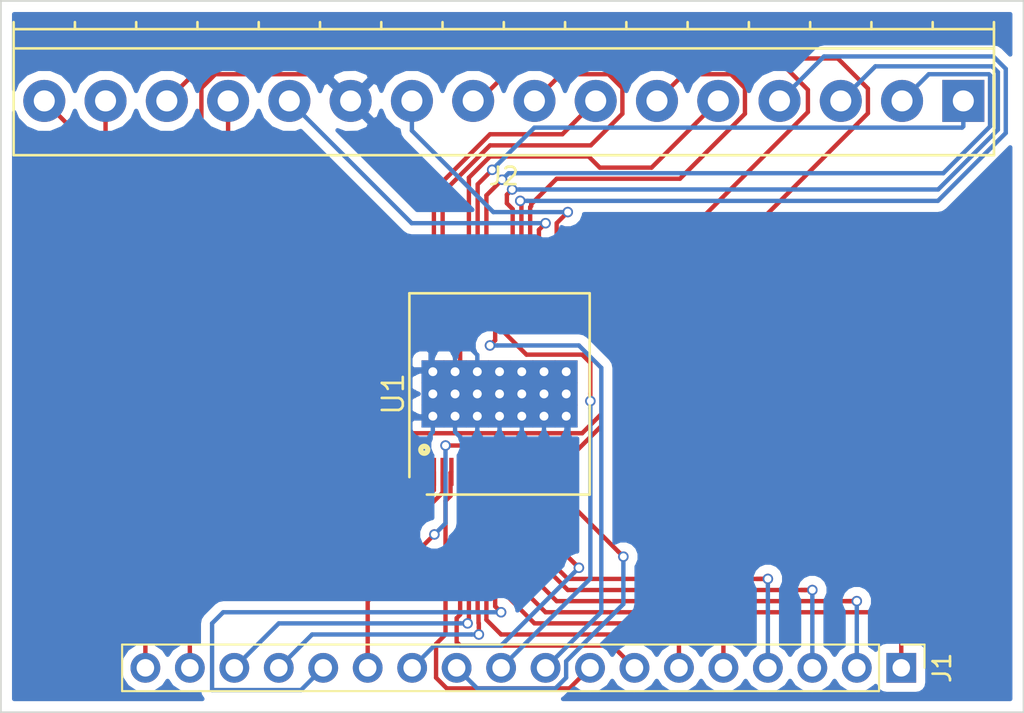
<source format=kicad_pcb>
(kicad_pcb (version 4) (host pcbnew 4.0.7)

  (general
    (links 55)
    (no_connects 0)
    (area 0 0 0 0)
    (thickness 1.6)
    (drawings 4)
    (tracks 301)
    (zones 0)
    (modules 3)
    (nets 37)
  )

  (page USLetter)
  (layers
    (0 F.Cu signal)
    (31 B.Cu signal)
    (32 B.Adhes user)
    (33 F.Adhes user)
    (34 B.Paste user)
    (35 F.Paste user)
    (36 B.SilkS user)
    (37 F.SilkS user)
    (38 B.Mask user)
    (39 F.Mask user)
    (40 Dwgs.User user)
    (41 Cmts.User user)
    (42 Eco1.User user)
    (43 Eco2.User user)
    (44 Edge.Cuts user)
    (45 Margin user)
    (46 B.CrtYd user)
    (47 F.CrtYd user)
    (48 B.Fab user)
    (49 F.Fab user)
  )

  (setup
    (last_trace_width 0.25)
    (trace_clearance 0.2)
    (zone_clearance 0.508)
    (zone_45_only no)
    (trace_min 0.2)
    (segment_width 0.2)
    (edge_width 0.1)
    (via_size 0.6)
    (via_drill 0.4)
    (via_min_size 0.4)
    (via_min_drill 0.3)
    (uvia_size 0.3)
    (uvia_drill 0.1)
    (uvias_allowed no)
    (uvia_min_size 0.2)
    (uvia_min_drill 0.1)
    (pcb_text_width 0.3)
    (pcb_text_size 1.5 1.5)
    (mod_edge_width 0.15)
    (mod_text_size 1 1)
    (mod_text_width 0.15)
    (pad_size 1.5 1.5)
    (pad_drill 0.6)
    (pad_to_mask_clearance 0)
    (aux_axis_origin 0 0)
    (grid_origin 144.78 107.95)
    (visible_elements FFFFFF7F)
    (pcbplotparams
      (layerselection 0x00030_80000001)
      (usegerberextensions false)
      (excludeedgelayer true)
      (linewidth 0.100000)
      (plotframeref false)
      (viasonmask false)
      (mode 1)
      (useauxorigin false)
      (hpglpennumber 1)
      (hpglpenspeed 20)
      (hpglpendiameter 15)
      (hpglpenoverlay 2)
      (psnegative false)
      (psa4output false)
      (plotreference true)
      (plotvalue true)
      (plotinvisibletext false)
      (padsonsilk false)
      (subtractmaskfromsilk false)
      (outputformat 1)
      (mirror false)
      (drillshape 1)
      (scaleselection 1)
      (outputdirectory ""))
  )

  (net 0 "")
  (net 1 "Net-(J1-Pad4)")
  (net 2 "Net-(U1-Pad33)")
  (net 3 "Net-(U1-Pad22)")
  (net 4 /In5)
  (net 5 /In4)
  (net 6 /In3)
  (net 7 /In2)
  (net 8 /In1)
  (net 9 /S_SO)
  (net 10 /S_CLK)
  (net 11 /S_CS)
  (net 12 /VCC)
  (net 13 /VDD)
  (net 14 /~RST)
  (net 15 /EN)
  (net 16 /In10)
  (net 17 /In9)
  (net 18 /In8)
  (net 19 /In7)
  (net 20 /In6)
  (net 21 /Out3)
  (net 22 /Out2)
  (net 23 /Out4)
  (net 24 /Out5)
  (net 25 /Out6)
  (net 26 /Out7)
  (net 27 /Out1)
  (net 28 /Out8)
  (net 29 /Out9)
  (net 30 /Out10)
  (net 31 /GND6)
  (net 32 /GND5)
  (net 33 /GND4)
  (net 34 /GND3)
  (net 35 /GND2)
  (net 36 /GND1)

  (net_class Default "This is the default net class."
    (clearance 0.2)
    (trace_width 0.25)
    (via_dia 0.6)
    (via_drill 0.4)
    (uvia_dia 0.3)
    (uvia_drill 0.1)
    (add_net /EN)
    (add_net /GND1)
    (add_net /GND2)
    (add_net /GND3)
    (add_net /GND4)
    (add_net /GND5)
    (add_net /GND6)
    (add_net /In1)
    (add_net /In10)
    (add_net /In2)
    (add_net /In3)
    (add_net /In4)
    (add_net /In5)
    (add_net /In6)
    (add_net /In7)
    (add_net /In8)
    (add_net /In9)
    (add_net /Out1)
    (add_net /Out10)
    (add_net /Out2)
    (add_net /Out3)
    (add_net /Out4)
    (add_net /Out5)
    (add_net /Out6)
    (add_net /Out7)
    (add_net /Out8)
    (add_net /Out9)
    (add_net /S_CLK)
    (add_net /S_CS)
    (add_net /S_SO)
    (add_net /VCC)
    (add_net /VDD)
    (add_net /~RST)
    (add_net "Net-(J1-Pad4)")
    (add_net "Net-(U1-Pad22)")
    (add_net "Net-(U1-Pad33)")
  )

  (module Connectors_Terminal_Blocks:TerminalBlock_Pheonix_PT-3.5mm_16pol (layer F.Cu) (tedit 0) (tstamp 5C2D1B72)
    (at 174.995 88.265 180)
    (descr "16-way 3.5mm pitch terminal block, Phoenix PT series")
    (path /5C2D19ED)
    (fp_text reference J2 (at 26.25 -4.3 180) (layer F.SilkS)
      (effects (font (size 1 1) (thickness 0.15)))
    )
    (fp_text value Screw_Terminal_01x16 (at 10.53 -3.175 180) (layer F.Fab)
      (effects (font (size 1 1) (thickness 0.15)))
    )
    (fp_line (start -1.9 -3.3) (end 54.4 -3.3) (layer F.CrtYd) (width 0.05))
    (fp_line (start -1.9 4.7) (end -1.9 -3.3) (layer F.CrtYd) (width 0.05))
    (fp_line (start 54.4 4.7) (end -1.9 4.7) (layer F.CrtYd) (width 0.05))
    (fp_line (start 54.4 -3.3) (end 54.4 4.7) (layer F.CrtYd) (width 0.05))
    (fp_line (start 50.75 4.1) (end 50.75 4.5) (layer F.SilkS) (width 0.15))
    (fp_line (start 47.25 4.1) (end 47.25 4.5) (layer F.SilkS) (width 0.15))
    (fp_line (start 40.25 4.1) (end 40.25 4.5) (layer F.SilkS) (width 0.15))
    (fp_line (start 43.75 4.1) (end 43.75 4.5) (layer F.SilkS) (width 0.15))
    (fp_line (start 36.75 4.1) (end 36.75 4.5) (layer F.SilkS) (width 0.15))
    (fp_line (start 33.25 4.1) (end 33.25 4.5) (layer F.SilkS) (width 0.15))
    (fp_line (start 26.25 4.1) (end 26.25 4.5) (layer F.SilkS) (width 0.15))
    (fp_line (start 29.75 4.1) (end 29.75 4.5) (layer F.SilkS) (width 0.15))
    (fp_line (start 22.75 4.1) (end 22.75 4.5) (layer F.SilkS) (width 0.15))
    (fp_line (start 8.75 4.1) (end 8.75 4.5) (layer F.SilkS) (width 0.15))
    (fp_line (start 19.25 4.1) (end 19.25 4.5) (layer F.SilkS) (width 0.15))
    (fp_line (start 15.75 4.1) (end 15.75 4.5) (layer F.SilkS) (width 0.15))
    (fp_line (start 1.75 4.1) (end 1.75 4.5) (layer F.SilkS) (width 0.15))
    (fp_line (start 5.25 4.1) (end 5.25 4.5) (layer F.SilkS) (width 0.15))
    (fp_line (start 12.25 4.1) (end 12.25 4.5) (layer F.SilkS) (width 0.15))
    (fp_line (start -1.75 3) (end 54.25 3) (layer F.SilkS) (width 0.15))
    (fp_line (start -1.75 4.1) (end 54.25 4.1) (layer F.SilkS) (width 0.15))
    (fp_line (start -1.75 -3.1) (end -1.75 4.5) (layer F.SilkS) (width 0.15))
    (fp_line (start 54.25 4.5) (end 54.25 -3.1) (layer F.SilkS) (width 0.15))
    (fp_line (start 54.25 -3.1) (end -1.75 -3.1) (layer F.SilkS) (width 0.15))
    (pad 3 thru_hole circle (at 7 0) (size 2.4 2.4) (drill 1.2) (layers *.Cu *.Mask)
      (net 21 /Out3))
    (pad 2 thru_hole circle (at 3.5 0) (size 2.4 2.4) (drill 1.2) (layers *.Cu *.Mask)
      (net 22 /Out2))
    (pad 4 thru_hole circle (at 10.5 0) (size 2.4 2.4) (drill 1.2) (layers *.Cu *.Mask)
      (net 23 /Out4))
    (pad 5 thru_hole circle (at 14 0) (size 2.4 2.4) (drill 1.2) (layers *.Cu *.Mask)
      (net 24 /Out5))
    (pad 6 thru_hole circle (at 17.5 0) (size 2.4 2.4) (drill 1.2) (layers *.Cu *.Mask)
      (net 25 /Out6))
    (pad 7 thru_hole circle (at 21 0) (size 2.4 2.4) (drill 1.2) (layers *.Cu *.Mask)
      (net 26 /Out7))
    (pad 1 thru_hole rect (at 0 0) (size 2.4 2.4) (drill 1.2) (layers *.Cu *.Mask)
      (net 27 /Out1))
    (pad 8 thru_hole circle (at 24.5 0) (size 2.4 2.4) (drill 1.2) (layers *.Cu *.Mask)
      (net 28 /Out8))
    (pad 9 thru_hole circle (at 28 0) (size 2.4 2.4) (drill 1.2) (layers *.Cu *.Mask)
      (net 29 /Out9))
    (pad 10 thru_hole circle (at 31.5 0) (size 2.4 2.4) (drill 1.2) (layers *.Cu *.Mask)
      (net 30 /Out10))
    (pad 11 thru_hole circle (at 35 0) (size 2.4 2.4) (drill 1.2) (layers *.Cu *.Mask)
      (net 31 /GND6))
    (pad 12 thru_hole circle (at 38.5 0) (size 2.4 2.4) (drill 1.2) (layers *.Cu *.Mask)
      (net 32 /GND5))
    (pad 13 thru_hole circle (at 42 0) (size 2.4 2.4) (drill 1.2) (layers *.Cu *.Mask)
      (net 33 /GND4))
    (pad 14 thru_hole circle (at 45.5 0) (size 2.4 2.4) (drill 1.2) (layers *.Cu *.Mask)
      (net 34 /GND3))
    (pad 15 thru_hole circle (at 49 0) (size 2.4 2.4) (drill 1.2) (layers *.Cu *.Mask)
      (net 35 /GND2))
    (pad 16 thru_hole circle (at 52.5 0) (size 2.4 2.4) (drill 1.2) (layers *.Cu *.Mask)
      (net 36 /GND1))
    (model Terminal_Blocks.3dshapes/TerminalBlock_Pheonix_PT-3.5mm_16pol.wrl
      (at (xyz 0 0 0))
      (scale (xyz 1 1 1))
      (rotate (xyz 0 0 0))
    )
  )

  (module Pin_Headers:Pin_Header_Straight_1x18_Pitch2.54mm (layer F.Cu) (tedit 59650532) (tstamp 5C2D1B5E)
    (at 171.45 120.65 270)
    (descr "Through hole straight pin header, 1x18, 2.54mm pitch, single row")
    (tags "Through hole pin header THT 1x18 2.54mm single row")
    (path /5C2D19AC)
    (fp_text reference J1 (at 0 -2.33 270) (layer F.SilkS)
      (effects (font (size 1 1) (thickness 0.15)))
    )
    (fp_text value Conn_01x18 (at -6.985 41.91 270) (layer F.Fab)
      (effects (font (size 1 1) (thickness 0.15)))
    )
    (fp_line (start -0.635 -1.27) (end 1.27 -1.27) (layer F.Fab) (width 0.1))
    (fp_line (start 1.27 -1.27) (end 1.27 44.45) (layer F.Fab) (width 0.1))
    (fp_line (start 1.27 44.45) (end -1.27 44.45) (layer F.Fab) (width 0.1))
    (fp_line (start -1.27 44.45) (end -1.27 -0.635) (layer F.Fab) (width 0.1))
    (fp_line (start -1.27 -0.635) (end -0.635 -1.27) (layer F.Fab) (width 0.1))
    (fp_line (start -1.33 44.51) (end 1.33 44.51) (layer F.SilkS) (width 0.12))
    (fp_line (start -1.33 1.27) (end -1.33 44.51) (layer F.SilkS) (width 0.12))
    (fp_line (start 1.33 1.27) (end 1.33 44.51) (layer F.SilkS) (width 0.12))
    (fp_line (start -1.33 1.27) (end 1.33 1.27) (layer F.SilkS) (width 0.12))
    (fp_line (start -1.33 0) (end -1.33 -1.33) (layer F.SilkS) (width 0.12))
    (fp_line (start -1.33 -1.33) (end 0 -1.33) (layer F.SilkS) (width 0.12))
    (fp_line (start -1.8 -1.8) (end -1.8 44.95) (layer F.CrtYd) (width 0.05))
    (fp_line (start -1.8 44.95) (end 1.8 44.95) (layer F.CrtYd) (width 0.05))
    (fp_line (start 1.8 44.95) (end 1.8 -1.8) (layer F.CrtYd) (width 0.05))
    (fp_line (start 1.8 -1.8) (end -1.8 -1.8) (layer F.CrtYd) (width 0.05))
    (fp_text user %R (at 0 21.59 360) (layer F.Fab)
      (effects (font (size 1 1) (thickness 0.15)))
    )
    (pad 1 thru_hole rect (at 0 0 270) (size 1.7 1.7) (drill 1) (layers *.Cu *.Mask)
      (net 9 /S_SO))
    (pad 2 thru_hole oval (at 0 2.54 270) (size 1.7 1.7) (drill 1) (layers *.Cu *.Mask)
      (net 10 /S_CLK))
    (pad 3 thru_hole oval (at 0 5.08 270) (size 1.7 1.7) (drill 1) (layers *.Cu *.Mask)
      (net 11 /S_CS))
    (pad 4 thru_hole oval (at 0 7.62 270) (size 1.7 1.7) (drill 1) (layers *.Cu *.Mask)
      (net 1 "Net-(J1-Pad4)"))
    (pad 5 thru_hole oval (at 0 10.16 270) (size 1.7 1.7) (drill 1) (layers *.Cu *.Mask)
      (net 12 /VCC))
    (pad 6 thru_hole oval (at 0 12.7 270) (size 1.7 1.7) (drill 1) (layers *.Cu *.Mask)
      (net 13 /VDD))
    (pad 7 thru_hole oval (at 0 15.24 270) (size 1.7 1.7) (drill 1) (layers *.Cu *.Mask)
      (net 14 /~RST))
    (pad 8 thru_hole oval (at 0 17.78 270) (size 1.7 1.7) (drill 1) (layers *.Cu *.Mask)
      (net 15 /EN))
    (pad 9 thru_hole oval (at 0 20.32 270) (size 1.7 1.7) (drill 1) (layers *.Cu *.Mask)
      (net 16 /In10))
    (pad 10 thru_hole oval (at 0 22.86 270) (size 1.7 1.7) (drill 1) (layers *.Cu *.Mask)
      (net 17 /In9))
    (pad 11 thru_hole oval (at 0 25.4 270) (size 1.7 1.7) (drill 1) (layers *.Cu *.Mask)
      (net 18 /In8))
    (pad 12 thru_hole oval (at 0 27.94 270) (size 1.7 1.7) (drill 1) (layers *.Cu *.Mask)
      (net 19 /In7))
    (pad 13 thru_hole oval (at 0 30.48 270) (size 1.7 1.7) (drill 1) (layers *.Cu *.Mask)
      (net 20 /In6))
    (pad 14 thru_hole oval (at 0 33.02 270) (size 1.7 1.7) (drill 1) (layers *.Cu *.Mask)
      (net 4 /In5))
    (pad 15 thru_hole oval (at 0 35.56 270) (size 1.7 1.7) (drill 1) (layers *.Cu *.Mask)
      (net 5 /In4))
    (pad 16 thru_hole oval (at 0 38.1 270) (size 1.7 1.7) (drill 1) (layers *.Cu *.Mask)
      (net 6 /In3))
    (pad 17 thru_hole oval (at 0 40.64 270) (size 1.7 1.7) (drill 1) (layers *.Cu *.Mask)
      (net 7 /In2))
    (pad 18 thru_hole oval (at 0 43.18 270) (size 1.7 1.7) (drill 1) (layers *.Cu *.Mask)
      (net 8 /In1))
    (model ${KISYS3DMOD}/Pin_Headers.3dshapes/Pin_Header_Straight_1x18_Pitch2.54mm.wrl
      (at (xyz 0 0 0))
      (scale (xyz 1 1 1))
      (rotate (xyz 0 0 0))
    )
  )

  (module TLE8110ED:PG-DSO-36-72 (layer F.Cu) (tedit 5C2CDF8A) (tstamp 5C2D1BAF)
    (at 148.5011 105.0036)
    (path /5C2D1911)
    (fp_text reference U1 (at -6.075 0 90) (layer F.SilkS)
      (effects (font (size 1.2 1.2) (thickness 0.15)))
    )
    (fp_text value TLE8110ED (at 0.5 2.8) (layer F.Fab)
      (effects (font (size 0.8 0.7) (thickness 0.12)))
    )
    (fp_circle (center -4.3 3.19) (end -4.5 3.19) (layer F.SilkS) (width 0.3))
    (fp_line (start -5.15 -5.75) (end -5.15 4.75) (layer F.SilkS) (width 0.15))
    (fp_line (start -4.15 5.75) (end 5.15 5.75) (layer F.SilkS) (width 0.15))
    (fp_line (start 5.15 5.75) (end 5.15 -5.75) (layer F.SilkS) (width 0.15))
    (fp_line (start 5.15 -5.75) (end -5.15 -5.75) (layer F.SilkS) (width 0.15))
    (pad 36 smd rect (at -4.25 -4.45) (size 0.25 1.6) (layers F.Cu F.Paste F.Mask)
      (net 33 /GND4))
    (pad 1 smd rect (at -4.25 4.45) (size 0.25 1.6) (layers F.Cu F.Paste F.Mask)
      (net 36 /GND1))
    (pad 35 smd rect (at -3.75 -4.45) (size 0.25 1.6) (layers F.Cu F.Paste F.Mask)
      (net 26 /Out7))
    (pad 2 smd rect (at -3.75 4.45) (size 0.25 1.6) (layers F.Cu F.Paste F.Mask)
      (net 8 /In1))
    (pad 34 smd rect (at -3.25 -4.45) (size 0.25 1.6) (layers F.Cu F.Paste F.Mask)
      (net 28 /Out8))
    (pad 3 smd rect (at -3.25 4.45) (size 0.25 1.6) (layers F.Cu F.Paste F.Mask)
      (net 7 /In2))
    (pad 33 smd rect (at -2.75 -4.45) (size 0.25 1.6) (layers F.Cu F.Paste F.Mask)
      (net 2 "Net-(U1-Pad33)"))
    (pad 4 smd rect (at -2.75 4.45) (size 0.25 1.6) (layers F.Cu F.Paste F.Mask)
      (net 15 /EN))
    (pad 32 smd rect (at -2.25 -4.45) (size 0.25 1.6) (layers F.Cu F.Paste F.Mask)
      (net 31 /GND6))
    (pad 5 smd rect (at -2.25 4.45) (size 0.25 1.6) (layers F.Cu F.Paste F.Mask)
      (net 14 /~RST))
    (pad 31 smd rect (at -1.75 -4.45) (size 0.25 1.6) (layers F.Cu F.Paste F.Mask)
      (net 24 /Out5))
    (pad 6 smd rect (at -1.75 4.45) (size 0.25 1.6) (layers F.Cu F.Paste F.Mask)
      (net 6 /In3))
    (pad 30 smd rect (at -1.25 -4.45) (size 0.25 1.6) (layers F.Cu F.Paste F.Mask)
      (net 27 /Out1))
    (pad 7 smd rect (at -1.25 4.45) (size 0.25 1.6) (layers F.Cu F.Paste F.Mask)
      (net 5 /In4))
    (pad 29 smd rect (at -0.75 -4.45) (size 0.25 1.6) (layers F.Cu F.Paste F.Mask)
      (net 22 /Out2))
    (pad 8 smd rect (at -0.75 4.45) (size 0.25 1.6) (layers F.Cu F.Paste F.Mask)
      (net 13 /VDD))
    (pad 28 smd rect (at -0.25 -4.45) (size 0.25 1.6) (layers F.Cu F.Paste F.Mask)
      (net 16 /In10))
    (pad 9 smd rect (at -0.25 4.45) (size 0.25 1.6) (layers F.Cu F.Paste F.Mask)
      (net 4 /In5))
    (pad 27 smd rect (at 0.25 -4.45) (size 0.25 1.6) (layers F.Cu F.Paste F.Mask)
      (net 17 /In9))
    (pad 10 smd rect (at 0.25 4.45) (size 0.25 1.6) (layers F.Cu F.Paste F.Mask)
      (net 12 /VCC))
    (pad 26 smd rect (at 0.75 -4.45) (size 0.25 1.6) (layers F.Cu F.Paste F.Mask)
      (net 21 /Out3))
    (pad 11 smd rect (at 0.75 4.45) (size 0.25 1.6) (layers F.Cu F.Paste F.Mask)
      (net 9 /S_SO))
    (pad 25 smd rect (at 1.25 -4.45) (size 0.25 1.6) (layers F.Cu F.Paste F.Mask)
      (net 23 /Out4))
    (pad 12 smd rect (at 1.25 4.45) (size 0.25 1.6) (layers F.Cu F.Paste F.Mask)
      (net 10 /S_CLK))
    (pad 24 smd rect (at 1.75 -4.45) (size 0.25 1.6) (layers F.Cu F.Paste F.Mask)
      (net 25 /Out6))
    (pad 13 smd rect (at 1.75 4.45) (size 0.25 1.6) (layers F.Cu F.Paste F.Mask)
      (net 11 /S_CS))
    (pad 23 smd rect (at 2.25 -4.45) (size 0.25 1.6) (layers F.Cu F.Paste F.Mask)
      (net 32 /GND5))
    (pad 14 smd rect (at 2.25 4.45) (size 0.25 1.6) (layers F.Cu F.Paste F.Mask)
      (net 1 "Net-(J1-Pad4)"))
    (pad 22 smd rect (at 2.75 -4.45) (size 0.25 1.6) (layers F.Cu F.Paste F.Mask)
      (net 3 "Net-(U1-Pad22)"))
    (pad 15 smd rect (at 2.75 4.45) (size 0.25 1.6) (layers F.Cu F.Paste F.Mask)
      (net 20 /In6))
    (pad 21 smd rect (at 3.25 -4.45) (size 0.25 1.6) (layers F.Cu F.Paste F.Mask)
      (net 30 /Out10))
    (pad 16 smd rect (at 3.25 4.45) (size 0.25 1.6) (layers F.Cu F.Paste F.Mask)
      (net 19 /In7))
    (pad 20 smd rect (at 3.75 -4.45) (size 0.25 1.6) (layers F.Cu F.Paste F.Mask)
      (net 29 /Out9))
    (pad 17 smd rect (at 3.75 4.45) (size 0.25 1.6) (layers F.Cu F.Paste F.Mask)
      (net 18 /In8))
    (pad 19 smd rect (at 4.25 -4.45) (size 0.25 1.6) (layers F.Cu F.Paste F.Mask)
      (net 34 /GND3))
    (pad 18 smd rect (at 4.25 4.45) (size 0.25 1.6) (layers F.Cu F.Paste F.Mask)
      (net 35 /GND2))
    (pad 37 thru_hole rect (at 3.81 0) (size 1.3 1.3) (drill 0.508) (layers *.Cu *.Mask)
      (net 31 /GND6))
    (pad 37 thru_hole rect (at -3.81 0) (size 1.3 1.3) (drill 0.508) (layers *.Cu *.Mask)
      (net 31 /GND6))
    (pad 37 thru_hole rect (at -2.54 0) (size 1.3 1.3) (drill 0.508) (layers *.Cu *.Mask)
      (net 31 /GND6))
    (pad 37 thru_hole rect (at -1.27 0) (size 1.3 1.3) (drill 0.508) (layers *.Cu *.Mask)
      (net 31 /GND6))
    (pad 37 thru_hole rect (at 0 0) (size 1.3 1.3) (drill 0.508) (layers *.Cu *.Mask)
      (net 31 /GND6))
    (pad 37 thru_hole rect (at 1.27 0) (size 1.3 1.3) (drill 0.508) (layers *.Cu *.Mask)
      (net 31 /GND6))
    (pad 37 thru_hole rect (at 2.54 0) (size 1.3 1.3) (drill 0.508) (layers *.Cu *.Mask)
      (net 31 /GND6))
    (pad 37 thru_hole rect (at 3.81 1.27) (size 1.3 1.3) (drill 0.508) (layers *.Cu *.Mask)
      (net 31 /GND6))
    (pad 37 thru_hole rect (at -3.81 1.27) (size 1.3 1.3) (drill 0.508) (layers *.Cu *.Mask)
      (net 31 /GND6))
    (pad 37 thru_hole rect (at -2.54 1.27) (size 1.3 1.3) (drill 0.508) (layers *.Cu *.Mask)
      (net 31 /GND6))
    (pad 37 thru_hole rect (at -1.27 1.27) (size 1.3 1.3) (drill 0.508) (layers *.Cu *.Mask)
      (net 31 /GND6))
    (pad 37 thru_hole rect (at 0 1.27) (size 1.3 1.3) (drill 0.508) (layers *.Cu *.Mask)
      (net 31 /GND6))
    (pad 37 thru_hole rect (at 1.27 1.27) (size 1.3 1.3) (drill 0.508) (layers *.Cu *.Mask)
      (net 31 /GND6))
    (pad 37 thru_hole rect (at 2.54 1.27) (size 1.3 1.3) (drill 0.508) (layers *.Cu *.Mask)
      (net 31 /GND6))
    (pad 37 thru_hole rect (at -3.81 -1.27) (size 1.3 1.3) (drill 0.508) (layers *.Cu *.Mask)
      (net 31 /GND6))
    (pad 37 thru_hole rect (at 3.81 -1.27) (size 1.3 1.3) (drill 0.508) (layers *.Cu *.Mask)
      (net 31 /GND6))
    (pad 37 thru_hole rect (at -2.54 -1.27) (size 1.3 1.3) (drill 0.508) (layers *.Cu *.Mask)
      (net 31 /GND6))
    (pad 37 thru_hole rect (at -1.27 -1.27) (size 1.3 1.3) (drill 0.508) (layers *.Cu *.Mask)
      (net 31 /GND6))
    (pad 37 thru_hole rect (at 0 -1.27) (size 1.3 1.3) (drill 0.508) (layers *.Cu *.Mask)
      (net 31 /GND6))
    (pad 37 thru_hole rect (at 1.27 -1.27) (size 1.3 1.3) (drill 0.508) (layers *.Cu *.Mask)
      (net 31 /GND6))
    (pad 37 thru_hole rect (at 2.54 -1.27) (size 1.3 1.3) (drill 0.508) (layers *.Cu *.Mask)
      (net 31 /GND6))
  )

  (gr_line (start 120.015 123.19) (end 120.015 82.55) (layer Edge.Cuts) (width 0.1))
  (gr_line (start 178.435 123.19) (end 120.015 123.19) (layer Edge.Cuts) (width 0.1))
  (gr_line (start 178.435 82.55) (end 178.435 123.19) (layer Edge.Cuts) (width 0.1))
  (gr_line (start 120.015 82.55) (end 178.435 82.55) (layer Edge.Cuts) (width 0.1))

  (segment (start 163.405736 115.57) (end 163.83 115.57) (width 0.25) (layer F.Cu) (net 1))
  (segment (start 152.4 115.57) (end 163.405736 115.57) (width 0.25) (layer F.Cu) (net 1))
  (segment (start 150.7511 113.9211) (end 152.4 115.57) (width 0.25) (layer F.Cu) (net 1))
  (segment (start 150.7511 109.4536) (end 150.7511 113.9211) (width 0.25) (layer F.Cu) (net 1))
  (segment (start 163.83 120.65) (end 163.83 115.57) (width 0.25) (layer B.Cu) (net 1))
  (segment (start 163.195 115.57) (end 163.83 115.57) (width 0.25) (layer F.Cu) (net 1))
  (via (at 163.83 115.57) (size 0.6) (drill 0.4) (layers F.Cu B.Cu) (net 1))
  (segment (start 132.08 118.11) (end 132.715 117.475) (width 0.25) (layer B.Cu) (net 4))
  (segment (start 132.08 121.92) (end 132.08 118.11) (width 0.25) (layer B.Cu) (net 4))
  (segment (start 137.16 121.92) (end 132.08 121.92) (width 0.25) (layer B.Cu) (net 4))
  (segment (start 138.43 120.65) (end 137.16 121.92) (width 0.25) (layer B.Cu) (net 4))
  (segment (start 148.2511 117.1361) (end 148.290001 117.175001) (width 0.25) (layer F.Cu) (net 4))
  (segment (start 148.290001 117.175001) (end 148.59 117.475) (width 0.25) (layer F.Cu) (net 4))
  (segment (start 148.2511 109.4536) (end 148.2511 117.1361) (width 0.25) (layer F.Cu) (net 4))
  (segment (start 132.715 117.475) (end 148.59 117.475) (width 0.25) (layer B.Cu) (net 4))
  (via (at 148.59 117.475) (size 0.6) (drill 0.4) (layers F.Cu B.Cu) (net 4))
  (segment (start 147.319988 118.320736) (end 147.319988 118.745) (width 0.25) (layer F.Cu) (net 5))
  (segment (start 147.2511 109.4536) (end 147.2511 117.407511) (width 0.25) (layer F.Cu) (net 5))
  (segment (start 147.319988 118.111399) (end 147.319988 118.320736) (width 0.25) (layer F.Cu) (net 5))
  (segment (start 147.301089 117.4575) (end 147.301089 118.0925) (width 0.25) (layer F.Cu) (net 5))
  (segment (start 147.2511 117.407511) (end 147.301089 117.4575) (width 0.25) (layer F.Cu) (net 5))
  (segment (start 147.301089 118.0925) (end 147.319988 118.111399) (width 0.25) (layer F.Cu) (net 5))
  (segment (start 146.895724 118.745) (end 147.319988 118.745) (width 0.25) (layer B.Cu) (net 5))
  (segment (start 135.89 120.65) (end 137.795 118.745) (width 0.25) (layer B.Cu) (net 5))
  (segment (start 137.795 118.745) (end 146.895724 118.745) (width 0.25) (layer B.Cu) (net 5))
  (via (at 147.319988 118.745) (size 0.6) (drill 0.4) (layers F.Cu B.Cu) (net 5))
  (segment (start 147.32 118.745) (end 147.319988 118.745) (width 0.25) (layer B.Cu) (net 5))
  (via (at 146.67633 118.110246) (size 0.6) (drill 0.4) (layers F.Cu B.Cu) (net 6))
  (segment (start 146.7511 109.4536) (end 146.7511 118.035476) (width 0.25) (layer F.Cu) (net 6))
  (segment (start 135.889754 118.110246) (end 146.252066 118.110246) (width 0.25) (layer B.Cu) (net 6))
  (segment (start 133.35 120.65) (end 135.889754 118.110246) (width 0.25) (layer B.Cu) (net 6))
  (segment (start 146.7511 118.035476) (end 146.67633 118.110246) (width 0.25) (layer F.Cu) (net 6))
  (segment (start 146.252066 118.110246) (end 146.67633 118.110246) (width 0.25) (layer B.Cu) (net 6))
  (segment (start 131.62999 116.02001) (end 130.81 116.84) (width 0.25) (layer F.Cu) (net 7))
  (segment (start 130.81 116.84) (end 130.81 120.65) (width 0.25) (layer F.Cu) (net 7))
  (segment (start 139.8711 116.02001) (end 131.62999 116.02001) (width 0.25) (layer F.Cu) (net 7))
  (segment (start 145.2511 109.4536) (end 145.2511 110.64001) (width 0.25) (layer F.Cu) (net 7))
  (segment (start 145.2511 110.64001) (end 139.8711 116.02001) (width 0.25) (layer F.Cu) (net 7))
  (segment (start 129.54 115.57) (end 128.27 116.84) (width 0.25) (layer F.Cu) (net 8))
  (segment (start 128.27 116.84) (end 128.27 120.65) (width 0.25) (layer F.Cu) (net 8))
  (segment (start 139.6847 115.57) (end 129.54 115.57) (width 0.25) (layer F.Cu) (net 8))
  (segment (start 144.7511 109.4536) (end 144.7511 110.5036) (width 0.25) (layer F.Cu) (net 8))
  (segment (start 144.7511 110.5036) (end 139.6847 115.57) (width 0.25) (layer F.Cu) (net 8))
  (segment (start 149.2511 109.4536) (end 149.2511 115.5961) (width 0.25) (layer F.Cu) (net 9))
  (segment (start 151.13 117.475) (end 171.45 117.475) (width 0.25) (layer F.Cu) (net 9))
  (segment (start 149.2511 115.5961) (end 151.13 117.475) (width 0.25) (layer F.Cu) (net 9))
  (segment (start 171.45 117.475) (end 171.45 120.65) (width 0.25) (layer F.Cu) (net 9))
  (segment (start 168.485736 116.84) (end 168.91 116.84) (width 0.25) (layer F.Cu) (net 10))
  (segment (start 151.765 116.84) (end 168.485736 116.84) (width 0.25) (layer F.Cu) (net 10))
  (segment (start 149.7511 114.8261) (end 151.765 116.84) (width 0.25) (layer F.Cu) (net 10))
  (segment (start 149.7511 109.4536) (end 149.7511 114.8261) (width 0.25) (layer F.Cu) (net 10))
  (segment (start 168.275 116.84) (end 168.91 116.84) (width 0.25) (layer F.Cu) (net 10))
  (segment (start 168.91 120.65) (end 168.91 116.84) (width 0.25) (layer B.Cu) (net 10))
  (via (at 168.91 116.84) (size 0.6) (drill 0.4) (layers F.Cu B.Cu) (net 10))
  (segment (start 165.945736 116.205) (end 166.37 116.205) (width 0.25) (layer F.Cu) (net 11))
  (segment (start 152.398589 116.205) (end 165.945736 116.205) (width 0.25) (layer F.Cu) (net 11))
  (segment (start 150.2511 114.057511) (end 152.398589 116.205) (width 0.25) (layer F.Cu) (net 11))
  (segment (start 150.2511 109.4536) (end 150.2511 114.057511) (width 0.25) (layer F.Cu) (net 11))
  (segment (start 165.735 116.205) (end 166.37 116.205) (width 0.25) (layer F.Cu) (net 11))
  (via (at 166.37 116.205) (size 0.6) (drill 0.4) (layers F.Cu B.Cu) (net 11))
  (segment (start 166.37 120.65) (end 166.37 116.205) (width 0.25) (layer B.Cu) (net 11))
  (segment (start 148.7511 109.4536) (end 148.7511 116.3661) (width 0.25) (layer F.Cu) (net 12))
  (segment (start 148.7511 116.3661) (end 150.495 118.11) (width 0.25) (layer F.Cu) (net 12))
  (segment (start 150.495 118.11) (end 161.29 118.11) (width 0.25) (layer F.Cu) (net 12))
  (segment (start 161.29 118.11) (end 161.29 120.65) (width 0.25) (layer F.Cu) (net 12))
  (segment (start 147.7511 109.4536) (end 147.7511 117.9061) (width 0.25) (layer F.Cu) (net 13))
  (segment (start 147.7511 117.9061) (end 148.59 118.745) (width 0.25) (layer F.Cu) (net 13))
  (segment (start 148.59 118.745) (end 158.75 118.745) (width 0.25) (layer F.Cu) (net 13))
  (segment (start 158.75 118.745) (end 158.75 120.65) (width 0.25) (layer F.Cu) (net 13))
  (segment (start 147.7511 109.4536) (end 147.7511 110.0589) (width 0.25) (layer F.Cu) (net 13))
  (segment (start 154.94 119.38) (end 155.360001 119.800001) (width 0.25) (layer F.Cu) (net 14))
  (segment (start 155.360001 119.800001) (end 156.21 120.65) (width 0.25) (layer F.Cu) (net 14))
  (segment (start 146.2511 109.4536) (end 146.2511 117.610472) (width 0.25) (layer F.Cu) (net 14))
  (segment (start 146.2511 119.38) (end 154.94 119.38) (width 0.25) (layer F.Cu) (net 14))
  (segment (start 146.051328 119.180228) (end 146.2511 119.38) (width 0.25) (layer F.Cu) (net 14))
  (segment (start 146.2511 117.610472) (end 146.051328 117.810244) (width 0.25) (layer F.Cu) (net 14))
  (segment (start 146.051328 117.810244) (end 146.051328 119.180228) (width 0.25) (layer F.Cu) (net 14))
  (segment (start 153.67 120.65) (end 152.494999 121.825001) (width 0.25) (layer F.Cu) (net 15))
  (segment (start 152.494999 121.825001) (end 145.485999 121.825001) (width 0.25) (layer F.Cu) (net 15))
  (segment (start 144.874999 121.214001) (end 144.874999 119.285001) (width 0.25) (layer F.Cu) (net 15))
  (segment (start 145.485999 121.825001) (end 144.874999 121.214001) (width 0.25) (layer F.Cu) (net 15))
  (segment (start 144.874999 119.285001) (end 145.415 118.745) (width 0.25) (layer F.Cu) (net 15))
  (segment (start 145.7511 109.4536) (end 145.70111 109.50359) (width 0.25) (layer F.Cu) (net 15))
  (segment (start 145.70111 109.50359) (end 145.701109 110.826411) (width 0.25) (layer F.Cu) (net 15))
  (segment (start 145.701109 110.826411) (end 145.415 111.11252) (width 0.25) (layer F.Cu) (net 15))
  (segment (start 145.415 111.11252) (end 145.415 118.745) (width 0.25) (layer F.Cu) (net 15))
  (segment (start 148.2511 101.9389) (end 147.955 102.235) (width 0.25) (layer F.Cu) (net 16))
  (segment (start 148.2511 100.5536) (end 148.2511 101.9389) (width 0.25) (layer F.Cu) (net 16))
  (segment (start 154.314999 103.514999) (end 153.035 102.235) (width 0.25) (layer B.Cu) (net 16))
  (segment (start 151.13 120.65) (end 154.314999 117.465001) (width 0.25) (layer B.Cu) (net 16))
  (segment (start 148.379264 102.235) (end 147.955 102.235) (width 0.25) (layer B.Cu) (net 16))
  (segment (start 153.035 102.235) (end 148.379264 102.235) (width 0.25) (layer B.Cu) (net 16))
  (via (at 147.955 102.235) (size 0.6) (drill 0.4) (layers F.Cu B.Cu) (net 16))
  (segment (start 154.314999 117.465001) (end 154.314999 103.514999) (width 0.25) (layer B.Cu) (net 16))
  (segment (start 153.689989 104.985736) (end 153.689989 105.41) (width 0.25) (layer F.Cu) (net 17))
  (segment (start 150.038601 102.758599) (end 153.221101 102.758599) (width 0.25) (layer F.Cu) (net 17))
  (segment (start 153.221101 102.758599) (end 153.689989 103.227487) (width 0.25) (layer F.Cu) (net 17))
  (segment (start 148.7511 101.471098) (end 150.038601 102.758599) (width 0.25) (layer F.Cu) (net 17))
  (segment (start 153.689989 103.227487) (end 153.689989 104.985736) (width 0.25) (layer F.Cu) (net 17))
  (segment (start 148.7511 100.5536) (end 148.7511 101.471098) (width 0.25) (layer F.Cu) (net 17))
  (segment (start 153.689989 105.834264) (end 153.689989 105.41) (width 0.25) (layer B.Cu) (net 17))
  (segment (start 153.689989 115.550011) (end 153.689989 105.834264) (width 0.25) (layer B.Cu) (net 17))
  (via (at 153.689989 105.41) (size 0.6) (drill 0.4) (layers F.Cu B.Cu) (net 17))
  (segment (start 148.59 120.65) (end 153.689989 115.550011) (width 0.25) (layer B.Cu) (net 17))
  (segment (start 155.574996 114.3) (end 155.574996 117.006002) (width 0.25) (layer B.Cu) (net 18))
  (segment (start 155.574996 117.006002) (end 152.305001 120.275997) (width 0.25) (layer B.Cu) (net 18))
  (segment (start 152.305001 120.275997) (end 152.305001 121.214001) (width 0.25) (layer B.Cu) (net 18))
  (segment (start 151.694001 121.825001) (end 147.225001 121.825001) (width 0.25) (layer B.Cu) (net 18))
  (segment (start 152.305001 121.214001) (end 151.694001 121.825001) (width 0.25) (layer B.Cu) (net 18))
  (segment (start 155.274997 114.000001) (end 155.574996 114.3) (width 0.25) (layer F.Cu) (net 18))
  (segment (start 152.2511 109.4536) (end 152.2511 110.976104) (width 0.25) (layer F.Cu) (net 18))
  (segment (start 152.2511 110.976104) (end 155.274997 114.000001) (width 0.25) (layer F.Cu) (net 18))
  (via (at 155.574996 114.3) (size 0.6) (drill 0.4) (layers F.Cu B.Cu) (net 18))
  (segment (start 147.225001 121.825001) (end 146.899999 121.499999) (width 0.25) (layer B.Cu) (net 18))
  (segment (start 146.899999 121.499999) (end 146.05 120.65) (width 0.25) (layer B.Cu) (net 18))
  (segment (start 151.7511 113.6511) (end 152.735001 114.635001) (width 0.25) (layer F.Cu) (net 19))
  (segment (start 151.7511 109.4536) (end 151.7511 113.6511) (width 0.25) (layer F.Cu) (net 19))
  (segment (start 148.59 119.38) (end 152.735001 115.234999) (width 0.25) (layer B.Cu) (net 19))
  (segment (start 144.78 119.38) (end 148.59 119.38) (width 0.25) (layer B.Cu) (net 19))
  (segment (start 143.51 120.65) (end 144.78 119.38) (width 0.25) (layer B.Cu) (net 19))
  (segment (start 152.735001 115.234999) (end 153.035 114.935) (width 0.25) (layer B.Cu) (net 19))
  (segment (start 152.735001 114.635001) (end 153.035 114.935) (width 0.25) (layer F.Cu) (net 19))
  (via (at 153.035 114.935) (size 0.6) (drill 0.4) (layers F.Cu B.Cu) (net 19))
  (segment (start 152.4 114.3) (end 153.035 114.935) (width 0.25) (layer F.Cu) (net 19))
  (segment (start 144.78 113.03) (end 140.97 116.84) (width 0.25) (layer F.Cu) (net 20))
  (segment (start 140.97 116.84) (end 140.97 120.65) (width 0.25) (layer F.Cu) (net 20))
  (segment (start 145.415 107.95) (end 145.415 112.395) (width 0.25) (layer B.Cu) (net 20))
  (segment (start 145.415 112.395) (end 144.78 113.03) (width 0.25) (layer B.Cu) (net 20))
  (via (at 144.78 113.03) (size 0.6) (drill 0.4) (layers F.Cu B.Cu) (net 20))
  (segment (start 151.2511 108.0711) (end 151.13 107.95) (width 0.25) (layer F.Cu) (net 20))
  (segment (start 151.13 107.95) (end 145.415 107.95) (width 0.25) (layer F.Cu) (net 20))
  (via (at 145.415 107.95) (size 0.6) (drill 0.4) (layers F.Cu B.Cu) (net 20))
  (segment (start 151.2511 109.4536) (end 151.2511 108.0711) (width 0.25) (layer F.Cu) (net 20))
  (segment (start 149.2511 100.5536) (end 149.2511 94.444945) (width 0.25) (layer F.Cu) (net 21))
  (segment (start 149.644785 93.323842) (end 149.220521 93.323842) (width 0.25) (layer B.Cu) (net 21))
  (segment (start 169.970011 86.289989) (end 176.641401 86.289989) (width 0.25) (layer B.Cu) (net 21))
  (segment (start 148.920522 93.623841) (end 149.220521 93.323842) (width 0.25) (layer F.Cu) (net 21))
  (segment (start 148.920522 94.114367) (end 148.920522 93.623841) (width 0.25) (layer F.Cu) (net 21))
  (segment (start 149.2511 94.444945) (end 148.920522 94.114367) (width 0.25) (layer F.Cu) (net 21))
  (segment (start 176.97001 89.911401) (end 173.557569 93.323842) (width 0.25) (layer B.Cu) (net 21))
  (segment (start 176.97001 86.618598) (end 176.97001 89.911401) (width 0.25) (layer B.Cu) (net 21))
  (segment (start 173.557569 93.323842) (end 149.644785 93.323842) (width 0.25) (layer B.Cu) (net 21))
  (segment (start 176.641401 86.289989) (end 176.97001 86.618598) (width 0.25) (layer B.Cu) (net 21))
  (via (at 149.220521 93.323842) (size 0.6) (drill 0.4) (layers F.Cu B.Cu) (net 21))
  (segment (start 167.995 88.265) (end 169.970011 86.289989) (width 0.25) (layer B.Cu) (net 21))
  (segment (start 149.017806 92.395299) (end 148.946327 92.466778) (width 0.25) (layer B.Cu) (net 22))
  (segment (start 176.520001 86.804999) (end 176.520001 89.725001) (width 0.25) (layer B.Cu) (net 22))
  (segment (start 176.455001 86.739999) (end 176.520001 86.804999) (width 0.25) (layer B.Cu) (net 22))
  (segment (start 173.849703 92.395299) (end 149.017806 92.395299) (width 0.25) (layer B.Cu) (net 22))
  (segment (start 173.02 86.74) (end 176.455001 86.739999) (width 0.25) (layer B.Cu) (net 22))
  (segment (start 171.495 88.265) (end 173.02 86.74) (width 0.25) (layer B.Cu) (net 22))
  (segment (start 148.946327 92.466778) (end 148.646328 92.766777) (width 0.25) (layer B.Cu) (net 22))
  (segment (start 147.7511 100.5536) (end 147.7511 93.662005) (width 0.25) (layer F.Cu) (net 22))
  (segment (start 148.346329 93.066776) (end 148.646328 92.766777) (width 0.25) (layer F.Cu) (net 22))
  (segment (start 176.520001 89.725001) (end 173.849703 92.395299) (width 0.25) (layer B.Cu) (net 22))
  (via (at 148.646328 92.766777) (size 0.6) (drill 0.4) (layers F.Cu B.Cu) (net 22))
  (segment (start 147.7511 93.662005) (end 148.346329 93.066776) (width 0.25) (layer F.Cu) (net 22))
  (segment (start 147.701101 100.503601) (end 147.7511 100.5536) (width 0.25) (layer F.Cu) (net 22))
  (segment (start 173.541743 93.976077) (end 150.108043 93.976077) (width 0.25) (layer B.Cu) (net 23))
  (segment (start 177.42002 90.0978) (end 173.541743 93.976077) (width 0.25) (layer B.Cu) (net 23))
  (segment (start 177.420019 86.432197) (end 177.42002 90.0978) (width 0.25) (layer B.Cu) (net 23))
  (segment (start 176.712822 85.725) (end 177.420019 86.432197) (width 0.25) (layer B.Cu) (net 23))
  (segment (start 149.7511 94.043398) (end 149.683779 93.976077) (width 0.25) (layer F.Cu) (net 23))
  (segment (start 167.035 85.725) (end 176.712822 85.725) (width 0.25) (layer B.Cu) (net 23))
  (segment (start 164.495 88.265) (end 167.035 85.725) (width 0.25) (layer B.Cu) (net 23))
  (via (at 149.683779 93.976077) (size 0.6) (drill 0.4) (layers F.Cu B.Cu) (net 23))
  (segment (start 149.7511 100.5536) (end 149.7511 94.043398) (width 0.25) (layer F.Cu) (net 23))
  (segment (start 150.108043 93.976077) (end 149.683779 93.976077) (width 0.25) (layer B.Cu) (net 23))
  (segment (start 146.7511 100.5536) (end 146.7511 92.64672) (width 0.25) (layer F.Cu) (net 24))
  (segment (start 146.7511 92.64672) (end 147.95782 91.44) (width 0.25) (layer F.Cu) (net 24))
  (segment (start 147.95782 91.44) (end 153.592776 91.44) (width 0.25) (layer F.Cu) (net 24))
  (segment (start 153.592776 91.44) (end 154.227776 92.075) (width 0.25) (layer F.Cu) (net 24))
  (segment (start 154.227776 92.075) (end 157.185 92.075) (width 0.25) (layer F.Cu) (net 24))
  (segment (start 157.185 92.075) (end 159.795001 89.464999) (width 0.25) (layer F.Cu) (net 24))
  (segment (start 159.795001 89.464999) (end 160.995 88.265) (width 0.25) (layer F.Cu) (net 24))
  (segment (start 157.495 88.265) (end 159.020001 86.739999) (width 0.25) (layer F.Cu) (net 25))
  (segment (start 162.520001 88.997001) (end 158.807002 92.71) (width 0.25) (layer F.Cu) (net 25))
  (segment (start 159.020001 86.739999) (end 161.727001 86.739999) (width 0.25) (layer F.Cu) (net 25))
  (segment (start 151.765 92.71) (end 150.307645 94.167355) (width 0.25) (layer F.Cu) (net 25))
  (segment (start 161.727001 86.739999) (end 162.520001 87.532999) (width 0.25) (layer F.Cu) (net 25))
  (segment (start 162.520001 87.532999) (end 162.520001 88.997001) (width 0.25) (layer F.Cu) (net 25))
  (segment (start 158.807002 92.71) (end 151.765 92.71) (width 0.25) (layer F.Cu) (net 25))
  (segment (start 150.2511 94.331026) (end 150.2511 99.5036) (width 0.25) (layer F.Cu) (net 25))
  (segment (start 150.307645 94.167355) (end 150.307645 94.274481) (width 0.25) (layer F.Cu) (net 25))
  (segment (start 150.307645 94.274481) (end 150.2511 94.331026) (width 0.25) (layer F.Cu) (net 25))
  (segment (start 150.2511 99.5036) (end 150.2511 100.5536) (width 0.25) (layer F.Cu) (net 25))
  (segment (start 144.7511 100.5536) (end 144.7511 93.3739) (width 0.25) (layer F.Cu) (net 26))
  (segment (start 144.7511 93.3739) (end 147.955 90.17) (width 0.25) (layer F.Cu) (net 26))
  (segment (start 147.955 90.17) (end 152.09 90.17) (width 0.25) (layer F.Cu) (net 26))
  (segment (start 152.09 90.17) (end 152.795001 89.464999) (width 0.25) (layer F.Cu) (net 26))
  (segment (start 152.795001 89.464999) (end 153.995 88.265) (width 0.25) (layer F.Cu) (net 26))
  (segment (start 150.491717 89.790001) (end 148.380858 91.90086) (width 0.25) (layer B.Cu) (net 27))
  (segment (start 174.919999 89.790001) (end 150.491717 89.790001) (width 0.25) (layer B.Cu) (net 27))
  (segment (start 174.995 89.715) (end 174.919999 89.790001) (width 0.25) (layer B.Cu) (net 27))
  (segment (start 174.995 88.265) (end 174.995 89.715) (width 0.25) (layer B.Cu) (net 27))
  (segment (start 147.2511 100.5536) (end 147.2511 93.030618) (width 0.25) (layer F.Cu) (net 27))
  (segment (start 147.78086 92.500858) (end 148.080859 92.200859) (width 0.25) (layer F.Cu) (net 27))
  (segment (start 147.2511 93.030618) (end 147.78086 92.500858) (width 0.25) (layer F.Cu) (net 27))
  (segment (start 148.380858 91.90086) (end 148.080859 92.200859) (width 0.25) (layer B.Cu) (net 27))
  (via (at 148.080859 92.200859) (size 0.6) (drill 0.4) (layers F.Cu B.Cu) (net 27))
  (segment (start 145.2511 100.5536) (end 145.2511 93.51031) (width 0.25) (layer F.Cu) (net 28))
  (segment (start 154.727001 86.739999) (end 152.020001 86.739999) (width 0.25) (layer F.Cu) (net 28))
  (segment (start 145.2511 93.51031) (end 147.95641 90.805) (width 0.25) (layer F.Cu) (net 28))
  (segment (start 147.95641 90.805) (end 153.712002 90.805) (width 0.25) (layer F.Cu) (net 28))
  (segment (start 155.520001 88.997001) (end 155.520001 87.532999) (width 0.25) (layer F.Cu) (net 28))
  (segment (start 153.712002 90.805) (end 155.520001 88.997001) (width 0.25) (layer F.Cu) (net 28))
  (segment (start 152.020001 86.739999) (end 151.694999 87.065001) (width 0.25) (layer F.Cu) (net 28))
  (segment (start 155.520001 87.532999) (end 154.727001 86.739999) (width 0.25) (layer F.Cu) (net 28))
  (segment (start 151.694999 87.065001) (end 150.495 88.265) (width 0.25) (layer F.Cu) (net 28))
  (segment (start 166.117002 88.9) (end 166.117002 87.63) (width 0.25) (layer F.Cu) (net 29))
  (segment (start 166.117002 87.63) (end 164.776991 86.289989) (width 0.25) (layer F.Cu) (net 29))
  (segment (start 164.776991 86.289989) (end 149.295011 86.289989) (width 0.25) (layer F.Cu) (net 29))
  (segment (start 149.295011 86.289989) (end 147.32 88.265) (width 0.25) (layer F.Cu) (net 29))
  (segment (start 147.32 88.265) (end 146.995 88.265) (width 0.25) (layer F.Cu) (net 29))
  (segment (start 152.4 96.52) (end 158.497002 96.52) (width 0.25) (layer F.Cu) (net 29))
  (segment (start 158.497002 96.52) (end 166.117002 88.9) (width 0.25) (layer F.Cu) (net 29))
  (segment (start 152.2511 100.5536) (end 152.2511 96.6689) (width 0.25) (layer F.Cu) (net 29))
  (segment (start 152.2511 96.6689) (end 152.4 96.52) (width 0.25) (layer F.Cu) (net 29))
  (segment (start 152.4 94.615) (end 148.147944 94.615) (width 0.25) (layer B.Cu) (net 30))
  (segment (start 148.147944 94.615) (end 143.495 89.962056) (width 0.25) (layer B.Cu) (net 30))
  (segment (start 143.495 89.962056) (end 143.495 88.265) (width 0.25) (layer B.Cu) (net 30))
  (segment (start 151.7511 99.543598) (end 151.765 99.529698) (width 0.25) (layer F.Cu) (net 30))
  (segment (start 151.765 99.529698) (end 151.765 95.25) (width 0.25) (layer F.Cu) (net 30))
  (segment (start 151.765 95.25) (end 152.4 94.615) (width 0.25) (layer F.Cu) (net 30))
  (via (at 152.4 94.615) (size 0.6) (drill 0.4) (layers F.Cu B.Cu) (net 30))
  (segment (start 151.7511 99.543598) (end 151.7511 100.5536) (width 0.25) (layer F.Cu) (net 30))
  (segment (start 145.9611 106.2736) (end 145.9611 107.1736) (width 0.25) (layer B.Cu) (net 31))
  (segment (start 145.9611 107.1736) (end 146.685 107.8975) (width 0.25) (layer B.Cu) (net 31))
  (segment (start 151.0411 106.2736) (end 151.0411 107.2261) (width 0.25) (layer B.Cu) (net 31))
  (segment (start 149.7711 106.2736) (end 149.7711 107.2261) (width 0.25) (layer B.Cu) (net 31))
  (segment (start 148.59 107.315) (end 148.5011 107.2261) (width 0.25) (layer B.Cu) (net 31))
  (segment (start 148.5011 106.2736) (end 148.5011 107.2261) (width 0.25) (layer B.Cu) (net 31))
  (segment (start 147.2311 106.2736) (end 147.2311 107.2261) (width 0.25) (layer B.Cu) (net 31))
  (segment (start 144.6911 106.2736) (end 144.6911 107.1736) (width 0.25) (layer B.Cu) (net 31))
  (segment (start 144.6911 107.1736) (end 144.5497 107.315) (width 0.25) (layer B.Cu) (net 31))
  (segment (start 147.2311 102.7811) (end 146.685 102.235) (width 0.25) (layer B.Cu) (net 31))
  (segment (start 147.2311 103.7336) (end 147.2311 102.7811) (width 0.25) (layer B.Cu) (net 31))
  (segment (start 145.9611 102.9589) (end 146.05 102.87) (width 0.25) (layer B.Cu) (net 31))
  (segment (start 145.9611 103.7336) (end 145.9611 102.9589) (width 0.25) (layer B.Cu) (net 31))
  (segment (start 144.6911 105.0036) (end 144.3211 105.0036) (width 0.25) (layer B.Cu) (net 31))
  (segment (start 146.05 103.2747) (end 146.05 103.6447) (width 0.25) (layer B.Cu) (net 31))
  (segment (start 144.3211 105.0036) (end 146.05 103.2747) (width 0.25) (layer B.Cu) (net 31))
  (segment (start 146.05 103.6447) (end 145.9611 103.7336) (width 0.25) (layer B.Cu) (net 31))
  (segment (start 146.2511 100.5536) (end 146.2511 101.6036) (width 0.25) (layer F.Cu) (net 31))
  (segment (start 146.2511 101.6036) (end 146.176099 101.678601) (width 0.25) (layer F.Cu) (net 31))
  (segment (start 146.176099 101.678601) (end 139.142191 101.678601) (width 0.25) (layer F.Cu) (net 31))
  (segment (start 132.262999 86.739999) (end 138.469999 86.739999) (width 0.25) (layer F.Cu) (net 31))
  (segment (start 139.142191 101.678601) (end 131.469999 94.006409) (width 0.25) (layer F.Cu) (net 31))
  (segment (start 131.469999 94.006409) (end 131.469999 87.532999) (width 0.25) (layer F.Cu) (net 31))
  (segment (start 138.469999 86.739999) (end 138.795001 87.065001) (width 0.25) (layer F.Cu) (net 31))
  (segment (start 131.469999 87.532999) (end 132.262999 86.739999) (width 0.25) (layer F.Cu) (net 31))
  (segment (start 138.795001 87.065001) (end 139.995 88.265) (width 0.25) (layer F.Cu) (net 31))
  (segment (start 151.0411 106.2736) (end 152.3111 106.2736) (width 0.25) (layer B.Cu) (net 31))
  (segment (start 149.7711 106.2736) (end 151.0411 106.2736) (width 0.25) (layer F.Cu) (net 31))
  (segment (start 148.5011 106.2736) (end 149.7711 106.2736) (width 0.25) (layer F.Cu) (net 31))
  (segment (start 147.2311 106.2736) (end 148.5011 106.2736) (width 0.25) (layer F.Cu) (net 31))
  (segment (start 145.9611 106.2736) (end 147.2311 106.2736) (width 0.25) (layer F.Cu) (net 31))
  (segment (start 144.6911 106.2736) (end 145.9611 106.2736) (width 0.25) (layer F.Cu) (net 31))
  (segment (start 144.6911 105.0036) (end 144.6911 106.2736) (width 0.25) (layer F.Cu) (net 31))
  (segment (start 144.6911 105.0036) (end 145.9611 105.0036) (width 0.25) (layer F.Cu) (net 31))
  (segment (start 147.2311 105.0036) (end 145.9611 105.0036) (width 0.25) (layer F.Cu) (net 31))
  (segment (start 148.5011 105.0036) (end 147.2311 105.0036) (width 0.25) (layer F.Cu) (net 31))
  (segment (start 149.7711 105.0036) (end 148.5011 105.0036) (width 0.25) (layer F.Cu) (net 31))
  (segment (start 151.0411 105.0036) (end 149.7711 105.0036) (width 0.25) (layer F.Cu) (net 31))
  (segment (start 152.3111 105.0036) (end 151.0411 105.0036) (width 0.25) (layer F.Cu) (net 31))
  (segment (start 152.3111 103.7336) (end 152.3111 105.0036) (width 0.25) (layer F.Cu) (net 31))
  (segment (start 151.0411 103.7336) (end 152.3111 103.7336) (width 0.25) (layer F.Cu) (net 31))
  (segment (start 149.7711 103.7336) (end 151.0411 103.7336) (width 0.25) (layer F.Cu) (net 31))
  (segment (start 148.5011 103.7336) (end 149.7711 103.7336) (width 0.25) (layer F.Cu) (net 31))
  (segment (start 147.2311 103.7336) (end 148.5011 103.7336) (width 0.25) (layer F.Cu) (net 31))
  (segment (start 145.9611 103.7336) (end 147.2311 103.7336) (width 0.25) (layer F.Cu) (net 31))
  (segment (start 144.6911 103.7336) (end 145.9611 103.7336) (width 0.25) (layer F.Cu) (net 31))
  (segment (start 146.2511 100.5536) (end 146.2511 103.4436) (width 0.25) (layer F.Cu) (net 31))
  (segment (start 146.2511 103.4436) (end 145.9611 103.7336) (width 0.25) (layer F.Cu) (net 31))
  (segment (start 151.13 95.25) (end 143.48 95.25) (width 0.25) (layer B.Cu) (net 32))
  (segment (start 143.48 95.25) (end 136.495 88.265) (width 0.25) (layer B.Cu) (net 32))
  (segment (start 150.7511 100.5536) (end 150.7511 95.6289) (width 0.25) (layer F.Cu) (net 32))
  (segment (start 150.7511 95.6289) (end 151.13 95.25) (width 0.25) (layer F.Cu) (net 32))
  (via (at 151.13 95.25) (size 0.6) (drill 0.4) (layers F.Cu B.Cu) (net 32))
  (segment (start 144.2511 100.5536) (end 144.2511 99.8786) (width 0.25) (layer F.Cu) (net 33))
  (segment (start 144.2511 99.8786) (end 141.5275 97.155) (width 0.25) (layer F.Cu) (net 33))
  (segment (start 141.5275 97.155) (end 135.255 97.155) (width 0.25) (layer F.Cu) (net 33))
  (segment (start 135.255 97.155) (end 132.995 94.895) (width 0.25) (layer F.Cu) (net 33))
  (segment (start 132.995 94.895) (end 132.995 88.265) (width 0.25) (layer F.Cu) (net 33))
  (segment (start 169.545 88.972002) (end 169.545 87.557998) (width 0.25) (layer F.Cu) (net 34))
  (segment (start 169.545 87.557998) (end 167.826982 85.83998) (width 0.25) (layer F.Cu) (net 34))
  (segment (start 167.826982 85.83998) (end 131.92002 85.83998) (width 0.25) (layer F.Cu) (net 34))
  (segment (start 131.92002 85.83998) (end 130.694999 87.065001) (width 0.25) (layer F.Cu) (net 34))
  (segment (start 130.694999 87.065001) (end 129.495 88.265) (width 0.25) (layer F.Cu) (net 34))
  (segment (start 152.7511 100.5536) (end 157.963402 100.5536) (width 0.25) (layer F.Cu) (net 34))
  (segment (start 157.963402 100.5536) (end 169.545 88.972002) (width 0.25) (layer F.Cu) (net 34))
  (segment (start 152.7511 99.8786) (end 152.7511 100.5536) (width 0.25) (layer F.Cu) (net 34))
  (segment (start 142.173601 107.248601) (end 125.995 91.07) (width 0.25) (layer F.Cu) (net 35))
  (segment (start 125.995 91.07) (end 125.995 88.265) (width 0.25) (layer F.Cu) (net 35))
  (segment (start 152.7511 109.4536) (end 152.7511 108.4036) (width 0.25) (layer F.Cu) (net 35))
  (segment (start 152.7511 108.4036) (end 154.31499 106.83971) (width 0.25) (layer F.Cu) (net 35))
  (segment (start 154.31499 106.154712) (end 153.221101 107.248601) (width 0.25) (layer F.Cu) (net 35))
  (segment (start 154.31499 106.83971) (end 154.31499 106.154712) (width 0.25) (layer F.Cu) (net 35))
  (segment (start 153.221101 107.248601) (end 142.173601 107.248601) (width 0.25) (layer F.Cu) (net 35))
  (segment (start 122.495 88.265) (end 143.6836 109.4536) (width 0.25) (layer F.Cu) (net 36))
  (segment (start 143.6836 109.4536) (end 144.2511 109.4536) (width 0.25) (layer F.Cu) (net 36))

  (zone (net 31) (net_name /GND6) (layer B.Cu) (tstamp 0) (hatch edge 0.508)
    (connect_pads (clearance 0.508))
    (min_thickness 0.254)
    (fill yes (arc_segments 16) (thermal_gap 0.508) (thermal_bridge_width 0.508))
    (polygon
      (pts
        (xy 120.65 83.185) (xy 177.8 83.185) (xy 177.8 122.555) (xy 120.65 122.555)
      )
    )
    (filled_polygon
      (pts
        (xy 134.938455 89.303086) (xy 135.454199 89.81973) (xy 136.128395 90.099681) (xy 136.858403 90.100318) (xy 137.139407 89.984209)
        (xy 142.942599 95.787401) (xy 143.189161 95.952148) (xy 143.48 96.01) (xy 150.567537 96.01) (xy 150.599673 96.042192)
        (xy 150.943201 96.184838) (xy 151.315167 96.185162) (xy 151.658943 96.043117) (xy 151.922192 95.780327) (xy 152.046622 95.480668)
        (xy 152.213201 95.549838) (xy 152.585167 95.550162) (xy 152.928943 95.408117) (xy 153.192192 95.145327) (xy 153.334838 94.801799)
        (xy 153.334895 94.736077) (xy 173.541743 94.736077) (xy 173.832582 94.678225) (xy 174.079144 94.513478) (xy 177.673 90.919622)
        (xy 177.673 122.428) (xy 152.133227 122.428) (xy 152.231402 122.362402) (xy 152.76664 121.827164) (xy 153.101715 122.051054)
        (xy 153.67 122.164093) (xy 154.238285 122.051054) (xy 154.720054 121.729147) (xy 154.94 121.399974) (xy 155.159946 121.729147)
        (xy 155.641715 122.051054) (xy 156.21 122.164093) (xy 156.778285 122.051054) (xy 157.260054 121.729147) (xy 157.48 121.399974)
        (xy 157.699946 121.729147) (xy 158.181715 122.051054) (xy 158.75 122.164093) (xy 159.318285 122.051054) (xy 159.800054 121.729147)
        (xy 160.02 121.399974) (xy 160.239946 121.729147) (xy 160.721715 122.051054) (xy 161.29 122.164093) (xy 161.858285 122.051054)
        (xy 162.340054 121.729147) (xy 162.56 121.399974) (xy 162.779946 121.729147) (xy 163.261715 122.051054) (xy 163.83 122.164093)
        (xy 164.398285 122.051054) (xy 164.880054 121.729147) (xy 165.1 121.399974) (xy 165.319946 121.729147) (xy 165.801715 122.051054)
        (xy 166.37 122.164093) (xy 166.938285 122.051054) (xy 167.420054 121.729147) (xy 167.64 121.399974) (xy 167.859946 121.729147)
        (xy 168.341715 122.051054) (xy 168.91 122.164093) (xy 169.478285 122.051054) (xy 169.960054 121.729147) (xy 169.98785 121.687548)
        (xy 169.996838 121.735317) (xy 170.13591 121.951441) (xy 170.34811 122.096431) (xy 170.6 122.14744) (xy 172.3 122.14744)
        (xy 172.535317 122.103162) (xy 172.751441 121.96409) (xy 172.896431 121.75189) (xy 172.94744 121.5) (xy 172.94744 119.8)
        (xy 172.903162 119.564683) (xy 172.76409 119.348559) (xy 172.55189 119.203569) (xy 172.3 119.15256) (xy 170.6 119.15256)
        (xy 170.364683 119.196838) (xy 170.148559 119.33591) (xy 170.003569 119.54811) (xy 169.989914 119.615541) (xy 169.960054 119.570853)
        (xy 169.67 119.377046) (xy 169.67 117.402463) (xy 169.702192 117.370327) (xy 169.844838 117.026799) (xy 169.845162 116.654833)
        (xy 169.703117 116.311057) (xy 169.440327 116.047808) (xy 169.096799 115.905162) (xy 168.724833 115.904838) (xy 168.381057 116.046883)
        (xy 168.117808 116.309673) (xy 167.975162 116.653201) (xy 167.974838 117.025167) (xy 168.116883 117.368943) (xy 168.15 117.402118)
        (xy 168.15 119.377046) (xy 167.859946 119.570853) (xy 167.64 119.900026) (xy 167.420054 119.570853) (xy 167.13 119.377046)
        (xy 167.13 116.767463) (xy 167.162192 116.735327) (xy 167.304838 116.391799) (xy 167.305162 116.019833) (xy 167.163117 115.676057)
        (xy 166.900327 115.412808) (xy 166.556799 115.270162) (xy 166.184833 115.269838) (xy 165.841057 115.411883) (xy 165.577808 115.674673)
        (xy 165.435162 116.018201) (xy 165.434838 116.390167) (xy 165.576883 116.733943) (xy 165.61 116.767118) (xy 165.61 119.377046)
        (xy 165.319946 119.570853) (xy 165.1 119.900026) (xy 164.880054 119.570853) (xy 164.59 119.377046) (xy 164.59 116.132463)
        (xy 164.622192 116.100327) (xy 164.764838 115.756799) (xy 164.765162 115.384833) (xy 164.623117 115.041057) (xy 164.360327 114.777808)
        (xy 164.016799 114.635162) (xy 163.644833 114.634838) (xy 163.301057 114.776883) (xy 163.037808 115.039673) (xy 162.895162 115.383201)
        (xy 162.894838 115.755167) (xy 163.036883 116.098943) (xy 163.07 116.132118) (xy 163.07 119.377046) (xy 162.779946 119.570853)
        (xy 162.56 119.900026) (xy 162.340054 119.570853) (xy 161.858285 119.248946) (xy 161.29 119.135907) (xy 160.721715 119.248946)
        (xy 160.239946 119.570853) (xy 160.02 119.900026) (xy 159.800054 119.570853) (xy 159.318285 119.248946) (xy 158.75 119.135907)
        (xy 158.181715 119.248946) (xy 157.699946 119.570853) (xy 157.48 119.900026) (xy 157.260054 119.570853) (xy 156.778285 119.248946)
        (xy 156.21 119.135907) (xy 155.641715 119.248946) (xy 155.159946 119.570853) (xy 154.94 119.900026) (xy 154.720054 119.570853)
        (xy 154.339335 119.316465) (xy 156.112397 117.543403) (xy 156.277144 117.296842) (xy 156.334996 117.006002) (xy 156.334996 114.862463)
        (xy 156.367188 114.830327) (xy 156.509834 114.486799) (xy 156.510158 114.114833) (xy 156.368113 113.771057) (xy 156.105323 113.507808)
        (xy 155.761795 113.365162) (xy 155.389829 113.364838) (xy 155.074999 113.494923) (xy 155.074999 103.514999) (xy 155.017147 103.22416)
        (xy 154.8524 102.977598) (xy 153.572401 101.697599) (xy 153.325839 101.532852) (xy 153.035 101.475) (xy 148.517463 101.475)
        (xy 148.485327 101.442808) (xy 148.141799 101.300162) (xy 147.769833 101.299838) (xy 147.426057 101.441883) (xy 147.162808 101.704673)
        (xy 147.020162 102.048201) (xy 147.019838 102.420167) (xy 147.092308 102.595558) (xy 146.94535 102.4486) (xy 146.24685 102.4486)
        (xy 146.0881 102.60735) (xy 146.0881 102.678574) (xy 146.042773 102.723901) (xy 145.9611 102.921077) (xy 145.879427 102.723901)
        (xy 145.8341 102.678574) (xy 145.8341 102.60735) (xy 145.67535 102.4486) (xy 144.97685 102.4486) (xy 144.8181 102.60735)
        (xy 144.8181 102.678574) (xy 144.772773 102.723901) (xy 144.6761 102.95729) (xy 144.6761 103.44785) (xy 144.8181 103.58985)
        (xy 144.8181 103.6066) (xy 145.8341 103.6066) (xy 145.8341 103.58985) (xy 145.9611 103.46285) (xy 146.0881 103.58985)
        (xy 146.0881 103.6066) (xy 147.1041 103.6066) (xy 147.1041 103.58985) (xy 147.10735 103.5866) (xy 147.35485 103.5866)
        (xy 147.3581 103.58985) (xy 147.3581 103.6066) (xy 148.3741 103.6066) (xy 148.3741 103.58985) (xy 148.37735 103.5866)
        (xy 148.62485 103.5866) (xy 148.6281 103.58985) (xy 148.6281 103.6066) (xy 149.6441 103.6066) (xy 149.6441 103.58985)
        (xy 149.64735 103.5866) (xy 149.89485 103.5866) (xy 149.8981 103.58985) (xy 149.8981 103.6066) (xy 150.9141 103.6066)
        (xy 150.9141 103.58985) (xy 150.91735 103.5866) (xy 151.16485 103.5866) (xy 151.1681 103.58985) (xy 151.1681 103.6066)
        (xy 152.1841 103.6066) (xy 152.1841 103.58985) (xy 152.18735 103.5866) (xy 152.4381 103.5866) (xy 152.4381 103.6066)
        (xy 152.4581 103.6066) (xy 152.4581 103.85735) (xy 152.45485 103.8606) (xy 152.4381 103.8606) (xy 152.4381 104.8766)
        (xy 152.45485 104.8766) (xy 152.4581 104.87985) (xy 152.4581 105.12735) (xy 152.45485 105.1306) (xy 152.4381 105.1306)
        (xy 152.4381 106.1466) (xy 152.45485 106.1466) (xy 152.4581 106.14985) (xy 152.4581 106.4006) (xy 152.4381 106.4006)
        (xy 152.4381 107.39985) (xy 152.59685 107.5586) (xy 152.929989 107.5586) (xy 152.929989 113.999908) (xy 152.849833 113.999838)
        (xy 152.506057 114.141883) (xy 152.242808 114.404673) (xy 152.100162 114.748201) (xy 152.100121 114.795077) (xy 149.525092 117.370106)
        (xy 149.525162 117.289833) (xy 149.383117 116.946057) (xy 149.120327 116.682808) (xy 148.776799 116.540162) (xy 148.404833 116.539838)
        (xy 148.061057 116.681883) (xy 148.027882 116.715) (xy 132.715 116.715) (xy 132.424161 116.772852) (xy 132.177599 116.937599)
        (xy 131.542599 117.572599) (xy 131.377852 117.819161) (xy 131.32 118.11) (xy 131.32 119.237352) (xy 130.81 119.135907)
        (xy 130.241715 119.248946) (xy 129.759946 119.570853) (xy 129.54 119.900026) (xy 129.320054 119.570853) (xy 128.838285 119.248946)
        (xy 128.27 119.135907) (xy 127.701715 119.248946) (xy 127.219946 119.570853) (xy 126.898039 120.052622) (xy 126.785 120.620907)
        (xy 126.785 120.679093) (xy 126.898039 121.247378) (xy 127.219946 121.729147) (xy 127.701715 122.051054) (xy 128.27 122.164093)
        (xy 128.838285 122.051054) (xy 129.320054 121.729147) (xy 129.54 121.399974) (xy 129.759946 121.729147) (xy 130.241715 122.051054)
        (xy 130.81 122.164093) (xy 131.347295 122.057218) (xy 131.377852 122.210839) (xy 131.522954 122.428) (xy 120.777 122.428)
        (xy 120.777 106.55935) (xy 143.4061 106.55935) (xy 143.4061 107.04991) (xy 143.502773 107.283299) (xy 143.681402 107.461927)
        (xy 143.914791 107.5586) (xy 144.40535 107.5586) (xy 144.564098 107.399852) (xy 144.564098 107.5586) (xy 144.56512 107.5586)
        (xy 144.480162 107.763201) (xy 144.479838 108.135167) (xy 144.621883 108.478943) (xy 144.655 108.512118) (xy 144.655 112.080198)
        (xy 144.64032 112.094878) (xy 144.594833 112.094838) (xy 144.251057 112.236883) (xy 143.987808 112.499673) (xy 143.845162 112.843201)
        (xy 143.844838 113.215167) (xy 143.986883 113.558943) (xy 144.249673 113.822192) (xy 144.593201 113.964838) (xy 144.965167 113.965162)
        (xy 145.308943 113.823117) (xy 145.572192 113.560327) (xy 145.714838 113.216799) (xy 145.714879 113.169923) (xy 145.952401 112.932401)
        (xy 146.117148 112.685839) (xy 146.175 112.395) (xy 146.175 108.512463) (xy 146.207192 108.480327) (xy 146.349838 108.136799)
        (xy 146.350162 107.764833) (xy 146.264948 107.5586) (xy 146.94535 107.5586) (xy 147.1041 107.39985) (xy 147.1041 107.328626)
        (xy 147.149427 107.283299) (xy 147.2311 107.086123) (xy 147.312773 107.283299) (xy 147.3581 107.328626) (xy 147.3581 107.39985)
        (xy 147.51685 107.5586) (xy 148.21535 107.5586) (xy 148.3741 107.39985) (xy 148.3741 107.328626) (xy 148.419427 107.283299)
        (xy 148.5011 107.086123) (xy 148.582773 107.283299) (xy 148.6281 107.328626) (xy 148.6281 107.39985) (xy 148.78685 107.5586)
        (xy 149.48535 107.5586) (xy 149.6441 107.39985) (xy 149.6441 107.328626) (xy 149.689427 107.283299) (xy 149.7711 107.086123)
        (xy 149.852773 107.283299) (xy 149.8981 107.328626) (xy 149.8981 107.39985) (xy 150.05685 107.5586) (xy 150.75535 107.5586)
        (xy 150.9141 107.39985) (xy 150.9141 107.328626) (xy 150.959427 107.283299) (xy 151.0411 107.086123) (xy 151.122773 107.283299)
        (xy 151.1681 107.328626) (xy 151.1681 107.39985) (xy 151.32685 107.5586) (xy 152.02535 107.5586) (xy 152.1841 107.39985)
        (xy 152.1841 107.328626) (xy 152.229427 107.283299) (xy 152.3261 107.04991) (xy 152.3261 106.55935) (xy 152.1841 106.41735)
        (xy 152.1841 106.4006) (xy 151.1681 106.4006) (xy 151.1681 106.41735) (xy 151.0411 106.54435) (xy 150.9141 106.41735)
        (xy 150.9141 106.4006) (xy 149.8981 106.4006) (xy 149.8981 106.41735) (xy 149.7711 106.54435) (xy 149.6441 106.41735)
        (xy 149.6441 106.4006) (xy 148.6281 106.4006) (xy 148.6281 106.41735) (xy 148.5011 106.54435) (xy 148.3741 106.41735)
        (xy 148.3741 106.4006) (xy 147.3581 106.4006) (xy 147.3581 106.41735) (xy 147.2311 106.54435) (xy 147.1041 106.41735)
        (xy 147.1041 106.4006) (xy 146.0881 106.4006) (xy 146.0881 106.41735) (xy 146.08485 106.4206) (xy 145.83735 106.4206)
        (xy 145.8341 106.41735) (xy 145.8341 106.4006) (xy 144.8181 106.4006) (xy 144.8181 106.41735) (xy 144.81485 106.4206)
        (xy 144.5641 106.4206) (xy 144.5641 106.4006) (xy 143.56485 106.4006) (xy 143.4061 106.55935) (xy 120.777 106.55935)
        (xy 120.777 104.01935) (xy 143.4061 104.01935) (xy 143.4061 104.71785) (xy 143.56485 104.8766) (xy 143.636075 104.8766)
        (xy 143.681402 104.921927) (xy 143.878578 105.0036) (xy 143.681402 105.085273) (xy 143.636075 105.1306) (xy 143.56485 105.1306)
        (xy 143.4061 105.28935) (xy 143.4061 105.98785) (xy 143.56485 106.1466) (xy 143.636075 106.1466) (xy 143.681402 106.191927)
        (xy 143.914791 106.2886) (xy 144.40535 106.2886) (xy 144.54735 106.1466) (xy 144.5641 106.1466) (xy 144.5641 105.1306)
        (xy 144.54735 105.1306) (xy 144.42035 105.0036) (xy 144.54735 104.8766) (xy 144.5641 104.8766) (xy 144.5641 104.01935)
        (xy 144.6761 104.01935) (xy 144.6761 104.71785) (xy 144.8181 104.85985) (xy 144.8181 104.8766) (xy 144.83485 104.8766)
        (xy 144.96185 105.0036) (xy 144.83485 105.1306) (xy 144.8181 105.1306) (xy 144.8181 105.14735) (xy 144.6761 105.28935)
        (xy 144.6761 105.98785) (xy 144.8181 106.12985) (xy 144.8181 106.1466) (xy 144.83485 106.1466) (xy 144.97685 106.2886)
        (xy 145.67535 106.2886) (xy 145.81735 106.1466) (xy 145.8341 106.1466) (xy 145.8341 106.12985) (xy 145.9611 106.00285)
        (xy 146.0881 106.12985) (xy 146.0881 106.1466) (xy 146.10485 106.1466) (xy 146.24685 106.2886) (xy 146.94535 106.2886)
        (xy 147.08735 106.1466) (xy 147.1041 106.1466) (xy 147.1041 106.12985) (xy 147.2311 106.00285) (xy 147.3581 106.12985)
        (xy 147.3581 106.1466) (xy 147.37485 106.1466) (xy 147.51685 106.2886) (xy 148.21535 106.2886) (xy 148.35735 106.1466)
        (xy 148.3741 106.1466) (xy 148.3741 106.12985) (xy 148.5011 106.00285) (xy 148.6281 106.12985) (xy 148.6281 106.1466)
        (xy 148.64485 106.1466) (xy 148.78685 106.2886) (xy 149.48535 106.2886) (xy 149.62735 106.1466) (xy 149.6441 106.1466)
        (xy 149.6441 106.12985) (xy 149.7711 106.00285) (xy 149.8981 106.12985) (xy 149.8981 106.1466) (xy 149.91485 106.1466)
        (xy 150.05685 106.2886) (xy 150.75535 106.2886) (xy 150.89735 106.1466) (xy 150.9141 106.1466) (xy 150.9141 106.12985)
        (xy 151.0411 106.00285) (xy 151.1681 106.12985) (xy 151.1681 106.1466) (xy 151.18485 106.1466) (xy 151.32685 106.2886)
        (xy 152.02535 106.2886) (xy 152.16735 106.1466) (xy 152.1841 106.1466) (xy 152.1841 106.12985) (xy 152.3261 105.98785)
        (xy 152.3261 105.28935) (xy 152.1841 105.14735) (xy 152.1841 105.1306) (xy 152.16735 105.1306) (xy 152.04035 105.0036)
        (xy 152.16735 104.8766) (xy 152.1841 104.8766) (xy 152.1841 104.85985) (xy 152.3261 104.71785) (xy 152.3261 104.01935)
        (xy 152.1841 103.87735) (xy 152.1841 103.8606) (xy 152.16735 103.8606) (xy 152.02535 103.7186) (xy 151.32685 103.7186)
        (xy 151.18485 103.8606) (xy 151.1681 103.8606) (xy 151.1681 103.87735) (xy 151.0411 104.00435) (xy 150.9141 103.87735)
        (xy 150.9141 103.8606) (xy 150.89735 103.8606) (xy 150.75535 103.7186) (xy 150.05685 103.7186) (xy 149.91485 103.8606)
        (xy 149.8981 103.8606) (xy 149.8981 103.87735) (xy 149.7711 104.00435) (xy 149.6441 103.87735) (xy 149.6441 103.8606)
        (xy 149.62735 103.8606) (xy 149.48535 103.7186) (xy 148.78685 103.7186) (xy 148.64485 103.8606) (xy 148.6281 103.8606)
        (xy 148.6281 103.87735) (xy 148.5011 104.00435) (xy 148.3741 103.87735) (xy 148.3741 103.8606) (xy 148.35735 103.8606)
        (xy 148.21535 103.7186) (xy 147.51685 103.7186) (xy 147.37485 103.8606) (xy 147.3581 103.8606) (xy 147.3581 103.87735)
        (xy 147.2311 104.00435) (xy 147.1041 103.87735) (xy 147.1041 103.8606) (xy 147.08735 103.8606) (xy 146.94535 103.7186)
        (xy 146.24685 103.7186) (xy 146.10485 103.8606) (xy 146.0881 103.8606) (xy 146.0881 103.87735) (xy 145.9611 104.00435)
        (xy 145.8341 103.87735) (xy 145.8341 103.8606) (xy 145.81735 103.8606) (xy 145.67535 103.7186) (xy 144.97685 103.7186)
        (xy 144.83485 103.8606) (xy 144.8181 103.8606) (xy 144.8181 103.87735) (xy 144.6761 104.01935) (xy 144.5641 104.01935)
        (xy 144.5641 103.8606) (xy 144.54735 103.8606) (xy 144.40535 103.7186) (xy 143.914791 103.7186) (xy 143.681402 103.815273)
        (xy 143.636075 103.8606) (xy 143.56485 103.8606) (xy 143.4061 104.01935) (xy 120.777 104.01935) (xy 120.777 102.95729)
        (xy 143.4061 102.95729) (xy 143.4061 103.44785) (xy 143.56485 103.6066) (xy 144.5641 103.6066) (xy 144.5641 102.60735)
        (xy 144.40535 102.4486) (xy 143.914791 102.4486) (xy 143.681402 102.545273) (xy 143.502773 102.723901) (xy 143.4061 102.95729)
        (xy 120.777 102.95729) (xy 120.777 88.912334) (xy 120.938455 89.303086) (xy 121.454199 89.81973) (xy 122.128395 90.099681)
        (xy 122.858403 90.100318) (xy 123.533086 89.821545) (xy 124.04973 89.305801) (xy 124.245135 88.835215) (xy 124.438455 89.303086)
        (xy 124.954199 89.81973) (xy 125.628395 90.099681) (xy 126.358403 90.100318) (xy 127.033086 89.821545) (xy 127.54973 89.305801)
        (xy 127.745135 88.835215) (xy 127.938455 89.303086) (xy 128.454199 89.81973) (xy 129.128395 90.099681) (xy 129.858403 90.100318)
        (xy 130.533086 89.821545) (xy 131.04973 89.305801) (xy 131.245135 88.835215) (xy 131.438455 89.303086) (xy 131.954199 89.81973)
        (xy 132.628395 90.099681) (xy 133.358403 90.100318) (xy 134.033086 89.821545) (xy 134.54973 89.305801) (xy 134.745135 88.835215)
      )
    )
    (filled_polygon
      (pts
        (xy 151.1681 104.85985) (xy 151.1681 104.8766) (xy 151.18485 104.8766) (xy 151.31185 105.0036) (xy 151.18485 105.1306)
        (xy 151.1681 105.1306) (xy 151.1681 105.14735) (xy 151.0411 105.27435) (xy 150.9141 105.14735) (xy 150.9141 105.1306)
        (xy 150.89735 105.1306) (xy 150.77035 105.0036) (xy 150.89735 104.8766) (xy 150.9141 104.8766) (xy 150.9141 104.85985)
        (xy 151.0411 104.73285)
      )
    )
    (filled_polygon
      (pts
        (xy 149.8981 104.85985) (xy 149.8981 104.8766) (xy 149.91485 104.8766) (xy 150.04185 105.0036) (xy 149.91485 105.1306)
        (xy 149.8981 105.1306) (xy 149.8981 105.14735) (xy 149.7711 105.27435) (xy 149.6441 105.14735) (xy 149.6441 105.1306)
        (xy 149.62735 105.1306) (xy 149.50035 105.0036) (xy 149.62735 104.8766) (xy 149.6441 104.8766) (xy 149.6441 104.85985)
        (xy 149.7711 104.73285)
      )
    )
    (filled_polygon
      (pts
        (xy 148.6281 104.85985) (xy 148.6281 104.8766) (xy 148.64485 104.8766) (xy 148.77185 105.0036) (xy 148.64485 105.1306)
        (xy 148.6281 105.1306) (xy 148.6281 105.14735) (xy 148.5011 105.27435) (xy 148.3741 105.14735) (xy 148.3741 105.1306)
        (xy 148.35735 105.1306) (xy 148.23035 105.0036) (xy 148.35735 104.8766) (xy 148.3741 104.8766) (xy 148.3741 104.85985)
        (xy 148.5011 104.73285)
      )
    )
    (filled_polygon
      (pts
        (xy 147.3581 104.85985) (xy 147.3581 104.8766) (xy 147.37485 104.8766) (xy 147.50185 105.0036) (xy 147.37485 105.1306)
        (xy 147.3581 105.1306) (xy 147.3581 105.14735) (xy 147.2311 105.27435) (xy 147.1041 105.14735) (xy 147.1041 105.1306)
        (xy 147.08735 105.1306) (xy 146.96035 105.0036) (xy 147.08735 104.8766) (xy 147.1041 104.8766) (xy 147.1041 104.85985)
        (xy 147.2311 104.73285)
      )
    )
    (filled_polygon
      (pts
        (xy 146.0881 104.85985) (xy 146.0881 104.8766) (xy 146.10485 104.8766) (xy 146.23185 105.0036) (xy 146.10485 105.1306)
        (xy 146.0881 105.1306) (xy 146.0881 105.14735) (xy 145.9611 105.27435) (xy 145.8341 105.14735) (xy 145.8341 105.1306)
        (xy 145.81735 105.1306) (xy 145.69035 105.0036) (xy 145.81735 104.8766) (xy 145.8341 104.8766) (xy 145.8341 104.85985)
        (xy 145.9611 104.73285)
      )
    )
    (filled_polygon
      (pts
        (xy 177.673 85.610376) (xy 177.250223 85.187599) (xy 177.003661 85.022852) (xy 176.712822 84.965) (xy 167.035 84.965)
        (xy 166.792414 85.013254) (xy 166.74416 85.022852) (xy 166.497599 85.187599) (xy 165.139491 86.545707) (xy 164.861605 86.430319)
        (xy 164.131597 86.429682) (xy 163.456914 86.708455) (xy 162.94027 87.224199) (xy 162.744865 87.694785) (xy 162.551545 87.226914)
        (xy 162.035801 86.71027) (xy 161.361605 86.430319) (xy 160.631597 86.429682) (xy 159.956914 86.708455) (xy 159.44027 87.224199)
        (xy 159.244865 87.694785) (xy 159.051545 87.226914) (xy 158.535801 86.71027) (xy 157.861605 86.430319) (xy 157.131597 86.429682)
        (xy 156.456914 86.708455) (xy 155.94027 87.224199) (xy 155.744865 87.694785) (xy 155.551545 87.226914) (xy 155.035801 86.71027)
        (xy 154.361605 86.430319) (xy 153.631597 86.429682) (xy 152.956914 86.708455) (xy 152.44027 87.224199) (xy 152.244865 87.694785)
        (xy 152.051545 87.226914) (xy 151.535801 86.71027) (xy 150.861605 86.430319) (xy 150.131597 86.429682) (xy 149.456914 86.708455)
        (xy 148.94027 87.224199) (xy 148.744865 87.694785) (xy 148.551545 87.226914) (xy 148.035801 86.71027) (xy 147.361605 86.430319)
        (xy 146.631597 86.429682) (xy 145.956914 86.708455) (xy 145.44027 87.224199) (xy 145.244865 87.694785) (xy 145.051545 87.226914)
        (xy 144.535801 86.71027) (xy 143.861605 86.430319) (xy 143.131597 86.429682) (xy 142.456914 86.708455) (xy 141.94027 87.224199)
        (xy 141.750192 87.681957) (xy 141.579788 87.270565) (xy 141.292175 87.14743) (xy 140.174605 88.265) (xy 141.292175 89.38257)
        (xy 141.579788 89.259435) (xy 141.743204 88.830542) (xy 141.938455 89.303086) (xy 142.454199 89.81973) (xy 142.735 89.936329)
        (xy 142.735 89.962056) (xy 142.792852 90.252895) (xy 142.957599 90.499457) (xy 146.948141 94.49) (xy 143.794802 94.49)
        (xy 139.249401 89.944599) (xy 139.682734 90.109707) (xy 140.412443 90.088786) (xy 140.989435 89.849788) (xy 141.11257 89.562175)
        (xy 139.995 88.444605) (xy 139.980858 88.458748) (xy 139.801253 88.279143) (xy 139.815395 88.265) (xy 138.697825 87.14743)
        (xy 138.410212 87.270565) (xy 138.246796 87.699458) (xy 138.051545 87.226914) (xy 137.792908 86.967825) (xy 138.87743 86.967825)
        (xy 139.995 88.085395) (xy 141.11257 86.967825) (xy 140.989435 86.680212) (xy 140.307266 86.420293) (xy 139.577557 86.441214)
        (xy 139.000565 86.680212) (xy 138.87743 86.967825) (xy 137.792908 86.967825) (xy 137.535801 86.71027) (xy 136.861605 86.430319)
        (xy 136.131597 86.429682) (xy 135.456914 86.708455) (xy 134.94027 87.224199) (xy 134.744865 87.694785) (xy 134.551545 87.226914)
        (xy 134.035801 86.71027) (xy 133.361605 86.430319) (xy 132.631597 86.429682) (xy 131.956914 86.708455) (xy 131.44027 87.224199)
        (xy 131.244865 87.694785) (xy 131.051545 87.226914) (xy 130.535801 86.71027) (xy 129.861605 86.430319) (xy 129.131597 86.429682)
        (xy 128.456914 86.708455) (xy 127.94027 87.224199) (xy 127.744865 87.694785) (xy 127.551545 87.226914) (xy 127.035801 86.71027)
        (xy 126.361605 86.430319) (xy 125.631597 86.429682) (xy 124.956914 86.708455) (xy 124.44027 87.224199) (xy 124.244865 87.694785)
        (xy 124.051545 87.226914) (xy 123.535801 86.71027) (xy 122.861605 86.430319) (xy 122.131597 86.429682) (xy 121.456914 86.708455)
        (xy 120.94027 87.224199) (xy 120.777 87.617397) (xy 120.777 83.312) (xy 177.673 83.312)
      )
    )
  )
)

</source>
